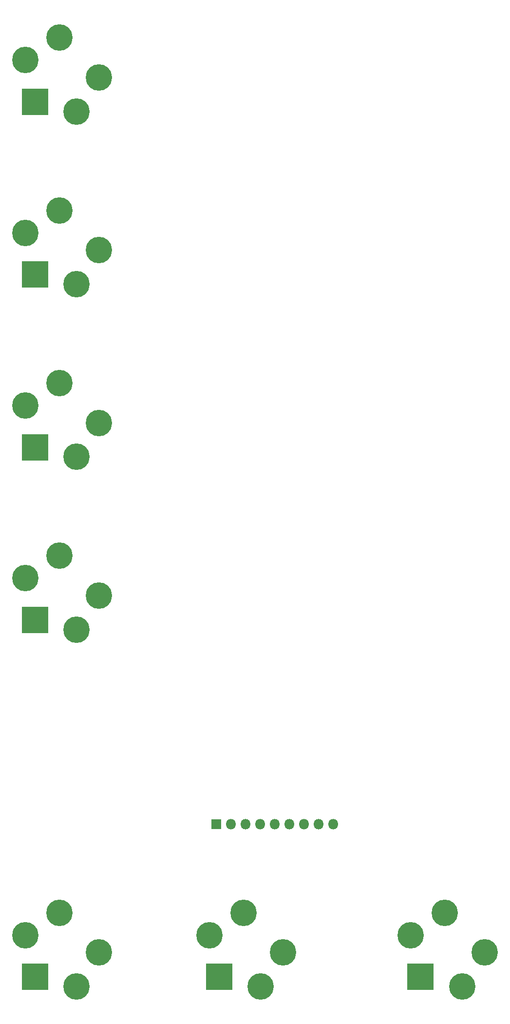
<source format=gbr>
%TF.GenerationSoftware,KiCad,Pcbnew,5.1.6-c6e7f7d~87~ubuntu20.04.1*%
%TF.CreationDate,2020-10-18T20:27:54-04:00*%
%TF.ProjectId,stereoout,73746572-656f-46f7-9574-2e6b69636164,rev?*%
%TF.SameCoordinates,Original*%
%TF.FileFunction,Soldermask,Top*%
%TF.FilePolarity,Negative*%
%FSLAX46Y46*%
G04 Gerber Fmt 4.6, Leading zero omitted, Abs format (unit mm)*
G04 Created by KiCad (PCBNEW 5.1.6-c6e7f7d~87~ubuntu20.04.1) date 2020-10-18 20:27:54*
%MOMM*%
%LPD*%
G01*
G04 APERTURE LIST*
%ADD10C,4.600001*%
%ADD11C,4.600000*%
%ADD12R,4.600001X4.600001*%
%ADD13O,1.800000X1.800000*%
%ADD14R,1.800000X1.800000*%
G04 APERTURE END LIST*
D10*
%TO.C,J6*%
X167500000Y-32400000D03*
D11*
X158600000Y-23500000D03*
D10*
X171400000Y-26500000D03*
D12*
X160260000Y-30740000D03*
D11*
X164500000Y-19600000D03*
%TD*%
D13*
%TO.C,J13*%
X212090000Y-156260000D03*
X209550000Y-156260000D03*
X207010000Y-156260000D03*
X204470000Y-156260000D03*
X201930000Y-156260000D03*
X199390000Y-156260000D03*
X196850000Y-156260000D03*
X194310000Y-156260000D03*
D14*
X191770000Y-156260000D03*
%TD*%
D10*
%TO.C,J7*%
X167500000Y-62400000D03*
D11*
X158600000Y-53500000D03*
D10*
X171400000Y-56500000D03*
D12*
X160260000Y-60740000D03*
D11*
X164500000Y-49600000D03*
%TD*%
D10*
%TO.C,J12*%
X234500000Y-184400000D03*
D11*
X225600000Y-175500000D03*
D10*
X238400000Y-178500000D03*
D12*
X227260000Y-182740000D03*
D11*
X231500000Y-171600000D03*
%TD*%
D10*
%TO.C,J11*%
X199500000Y-184400000D03*
D11*
X190600000Y-175500000D03*
D10*
X203400000Y-178500000D03*
D12*
X192260000Y-182740000D03*
D11*
X196500000Y-171600000D03*
%TD*%
D10*
%TO.C,J9*%
X167500000Y-122400000D03*
D11*
X158600000Y-113500000D03*
D10*
X171400000Y-116500000D03*
D12*
X160260000Y-120740000D03*
D11*
X164500000Y-109600000D03*
%TD*%
D10*
%TO.C,J8*%
X167500000Y-92400000D03*
D11*
X158600000Y-83500000D03*
D10*
X171400000Y-86500000D03*
D12*
X160260000Y-90740000D03*
D11*
X164500000Y-79600000D03*
%TD*%
D10*
%TO.C,J10*%
X167500000Y-184400000D03*
D11*
X158600000Y-175500000D03*
D10*
X171400000Y-178500000D03*
D12*
X160260000Y-182740000D03*
D11*
X164500000Y-171600000D03*
%TD*%
M02*

</source>
